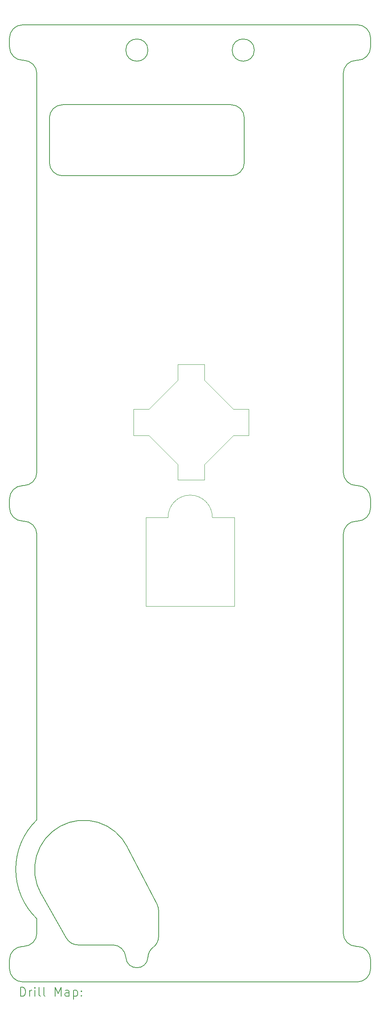
<source format=gbr>
%TF.GenerationSoftware,KiCad,Pcbnew,9.0.1*%
%TF.CreationDate,2025-04-06T17:11:13-07:00*%
%TF.ProjectId,Stationary_X_Panel,53746174-696f-46e6-9172-795f585f5061,1.6*%
%TF.SameCoordinates,Original*%
%TF.FileFunction,Drillmap*%
%TF.FilePolarity,Positive*%
%FSLAX45Y45*%
G04 Gerber Fmt 4.5, Leading zero omitted, Abs format (unit mm)*
G04 Created by KiCad (PCBNEW 9.0.1) date 2025-04-06 17:11:13*
%MOMM*%
%LPD*%
G01*
G04 APERTURE LIST*
%ADD10C,0.200000*%
%ADD11C,0.100000*%
G04 APERTURE END LIST*
D10*
X8300000Y-4100000D02*
X8300000Y-5100000D01*
X8300000Y-5100000D02*
G75*
G02*
X8000000Y-5400000I-300000J0D01*
G01*
D11*
X6150000Y-11250000D02*
X6800000Y-11900000D01*
X7400000Y-11900000D02*
X7400000Y-12250000D01*
D10*
X8525000Y-2570000D02*
G75*
G02*
X8025000Y-2570000I-250000J0D01*
G01*
X8025000Y-2570000D02*
G75*
G02*
X8525000Y-2570000I250000J0D01*
G01*
D11*
X6800000Y-12250000D02*
X7400000Y-12250000D01*
D10*
X10532500Y-22450000D02*
X10532500Y-13475000D01*
X10850000Y-12375000D02*
G75*
G02*
X11150000Y-12675000I0J-300000D01*
G01*
X4283606Y-22564417D02*
X3713209Y-21567021D01*
X3300000Y-2800000D02*
X3317500Y-2800000D01*
X6365000Y-21943583D02*
X6365000Y-22528990D01*
X11150000Y-23250000D02*
X11150000Y-23050000D01*
X3617500Y-22127500D02*
X3617500Y-22450000D01*
D11*
X6800000Y-11900000D02*
X6800000Y-12250000D01*
D10*
X11150000Y-12875000D02*
G75*
G02*
X10850000Y-13175000I-300000J0D01*
G01*
D11*
X7400000Y-11900000D02*
X8050000Y-11250000D01*
D10*
X3000000Y-23050000D02*
G75*
G02*
X3300000Y-22750000I300000J0D01*
G01*
X6124638Y-22993448D02*
G75*
G02*
X6244604Y-22769290I299622J-16172D01*
G01*
X10532500Y-3100000D02*
G75*
G02*
X10832500Y-2800000I300000J0D01*
G01*
X3617500Y-22450000D02*
G75*
G02*
X3317500Y-22750000I-300000J0D01*
G01*
X4200000Y-3800000D02*
X8000000Y-3800000D01*
X3300000Y-23550000D02*
G75*
G02*
X3000000Y-23250000I0J300000D01*
G01*
X10532500Y-13475000D02*
G75*
G02*
X10832500Y-13175000I300000J0D01*
G01*
D11*
X6078500Y-15089500D02*
X6078500Y-13089500D01*
D10*
X11150000Y-2500000D02*
X11150000Y-2300000D01*
X10850000Y-2000000D02*
G75*
G02*
X11150000Y-2300000I0J-300000D01*
G01*
X3300000Y-2800000D02*
G75*
G02*
X3000000Y-2500000I0J300000D01*
G01*
D11*
X7400000Y-9650000D02*
X6800000Y-9650000D01*
D10*
X10850000Y-22750000D02*
G75*
G02*
X11150000Y-23050000I0J-300000D01*
G01*
X10850000Y-12375000D02*
X10832500Y-12375000D01*
X3000000Y-12675000D02*
X3000000Y-12875000D01*
X3317500Y-12375000D02*
X3300000Y-12375000D01*
X10832500Y-22750000D02*
G75*
G02*
X10532500Y-22450000I0J300000D01*
G01*
D11*
X6800000Y-10000000D02*
X6150000Y-10650000D01*
D10*
X3000000Y-2300000D02*
G75*
G02*
X3300000Y-2000000I300000J0D01*
G01*
D11*
X8400000Y-11250000D02*
X8400000Y-10650000D01*
X6578500Y-13089500D02*
G75*
G02*
X7578500Y-13089500I500000J0D01*
G01*
D10*
X10832500Y-13175000D02*
X10850000Y-13175000D01*
X10832500Y-12375000D02*
G75*
G02*
X10532500Y-12075000I0J300000D01*
G01*
X10832500Y-2800000D02*
X10850000Y-2800000D01*
X3300000Y-13175000D02*
G75*
G02*
X3000000Y-12875000I0J300000D01*
G01*
X8000000Y-3800000D02*
G75*
G02*
X8300000Y-4100000I0J-300000D01*
G01*
X6365000Y-22528990D02*
G75*
G02*
X6244602Y-22769288I-300000J0D01*
G01*
X8000000Y-5400000D02*
X4200000Y-5400000D01*
D11*
X6800000Y-10000000D02*
X6800000Y-9650000D01*
D10*
X4200000Y-5400000D02*
G75*
G02*
X3900000Y-5100000I0J300000D01*
G01*
D11*
X5800000Y-11250000D02*
X5800000Y-10650000D01*
D10*
X6124638Y-22993448D02*
G75*
G02*
X5625521Y-22996130I-249638J13448D01*
G01*
X3900000Y-4100000D02*
G75*
G02*
X4200000Y-3800000I300000J0D01*
G01*
X3617500Y-12075000D02*
G75*
G02*
X3317500Y-12375000I-300000J0D01*
G01*
X10850000Y-22750000D02*
X10832500Y-22750000D01*
X3617500Y-3100000D02*
X3617500Y-12075000D01*
X11150000Y-12875000D02*
X11150000Y-12675000D01*
X3317500Y-13175000D02*
G75*
G02*
X3617500Y-13475000I0J-300000D01*
G01*
D11*
X8078500Y-13089500D02*
X8078500Y-15089500D01*
X7578500Y-13089500D02*
X8078500Y-13089500D01*
D10*
X3317500Y-22750000D02*
X3300000Y-22750000D01*
X3000000Y-2300000D02*
X3000000Y-2500000D01*
X10532500Y-12075000D02*
X10532500Y-3100000D01*
X5326146Y-22715486D02*
G75*
G02*
X5625521Y-22996130I24J-299974D01*
G01*
X11150000Y-2500000D02*
G75*
G02*
X10850000Y-2800000I-300000J0D01*
G01*
D11*
X6078500Y-13089500D02*
X6578500Y-13089500D01*
D10*
X6125000Y-2570000D02*
G75*
G02*
X5625000Y-2570000I-250000J0D01*
G01*
X5625000Y-2570000D02*
G75*
G02*
X6125000Y-2570000I250000J0D01*
G01*
X5326146Y-22715486D02*
X4544028Y-22715486D01*
D11*
X7400000Y-10000000D02*
X7400000Y-9650000D01*
D10*
X4544028Y-22715486D02*
G75*
G02*
X4283605Y-22564418I2J300006D01*
G01*
X3900000Y-4100000D02*
X3900000Y-5100000D01*
D11*
X8078500Y-15089500D02*
X6078500Y-15089500D01*
X8050000Y-10650000D02*
X7400000Y-10000000D01*
X8050000Y-10650000D02*
X8400000Y-10650000D01*
D10*
X5658777Y-20507316D02*
X6331375Y-21805581D01*
X6331375Y-21805581D02*
G75*
G02*
X6365002Y-21943583I-266425J-138019D01*
G01*
D11*
X5800000Y-10650000D02*
X6150000Y-10650000D01*
D10*
X3000000Y-23050000D02*
X3000000Y-23250000D01*
X3317500Y-2800000D02*
G75*
G02*
X3617500Y-3100000I0J-300000D01*
G01*
X10850000Y-2000000D02*
X3300000Y-2000000D01*
D11*
X8050000Y-11250000D02*
X8400000Y-11250000D01*
X5800000Y-11250000D02*
X6150000Y-11250000D01*
D10*
X3713209Y-21567021D02*
G75*
G02*
X5658777Y-20507316I961791J550035D01*
G01*
X11150000Y-23250000D02*
G75*
G02*
X10850000Y-23550000I-300000J0D01*
G01*
X3300000Y-13175000D02*
X3317500Y-13175000D01*
X3617500Y-22127500D02*
G75*
G02*
X3617500Y-19900000I1064676J1113750D01*
G01*
X3300000Y-23550000D02*
X10850000Y-23550000D01*
X3617500Y-13475000D02*
X3617500Y-19900000D01*
X3000000Y-12675000D02*
G75*
G02*
X3300000Y-12375000I300000J0D01*
G01*
X3250777Y-23871484D02*
X3250777Y-23671484D01*
X3250777Y-23671484D02*
X3298396Y-23671484D01*
X3298396Y-23671484D02*
X3326967Y-23681008D01*
X3326967Y-23681008D02*
X3346015Y-23700055D01*
X3346015Y-23700055D02*
X3355539Y-23719103D01*
X3355539Y-23719103D02*
X3365062Y-23757198D01*
X3365062Y-23757198D02*
X3365062Y-23785769D01*
X3365062Y-23785769D02*
X3355539Y-23823865D01*
X3355539Y-23823865D02*
X3346015Y-23842912D01*
X3346015Y-23842912D02*
X3326967Y-23861960D01*
X3326967Y-23861960D02*
X3298396Y-23871484D01*
X3298396Y-23871484D02*
X3250777Y-23871484D01*
X3450777Y-23871484D02*
X3450777Y-23738150D01*
X3450777Y-23776246D02*
X3460301Y-23757198D01*
X3460301Y-23757198D02*
X3469824Y-23747674D01*
X3469824Y-23747674D02*
X3488872Y-23738150D01*
X3488872Y-23738150D02*
X3507920Y-23738150D01*
X3574586Y-23871484D02*
X3574586Y-23738150D01*
X3574586Y-23671484D02*
X3565062Y-23681008D01*
X3565062Y-23681008D02*
X3574586Y-23690531D01*
X3574586Y-23690531D02*
X3584110Y-23681008D01*
X3584110Y-23681008D02*
X3574586Y-23671484D01*
X3574586Y-23671484D02*
X3574586Y-23690531D01*
X3698396Y-23871484D02*
X3679348Y-23861960D01*
X3679348Y-23861960D02*
X3669824Y-23842912D01*
X3669824Y-23842912D02*
X3669824Y-23671484D01*
X3803158Y-23871484D02*
X3784110Y-23861960D01*
X3784110Y-23861960D02*
X3774586Y-23842912D01*
X3774586Y-23842912D02*
X3774586Y-23671484D01*
X4031729Y-23871484D02*
X4031729Y-23671484D01*
X4031729Y-23671484D02*
X4098396Y-23814341D01*
X4098396Y-23814341D02*
X4165062Y-23671484D01*
X4165062Y-23671484D02*
X4165062Y-23871484D01*
X4346015Y-23871484D02*
X4346015Y-23766722D01*
X4346015Y-23766722D02*
X4336491Y-23747674D01*
X4336491Y-23747674D02*
X4317444Y-23738150D01*
X4317444Y-23738150D02*
X4279348Y-23738150D01*
X4279348Y-23738150D02*
X4260301Y-23747674D01*
X4346015Y-23861960D02*
X4326967Y-23871484D01*
X4326967Y-23871484D02*
X4279348Y-23871484D01*
X4279348Y-23871484D02*
X4260301Y-23861960D01*
X4260301Y-23861960D02*
X4250777Y-23842912D01*
X4250777Y-23842912D02*
X4250777Y-23823865D01*
X4250777Y-23823865D02*
X4260301Y-23804817D01*
X4260301Y-23804817D02*
X4279348Y-23795293D01*
X4279348Y-23795293D02*
X4326967Y-23795293D01*
X4326967Y-23795293D02*
X4346015Y-23785769D01*
X4441253Y-23738150D02*
X4441253Y-23938150D01*
X4441253Y-23747674D02*
X4460301Y-23738150D01*
X4460301Y-23738150D02*
X4498396Y-23738150D01*
X4498396Y-23738150D02*
X4517444Y-23747674D01*
X4517444Y-23747674D02*
X4526967Y-23757198D01*
X4526967Y-23757198D02*
X4536491Y-23776246D01*
X4536491Y-23776246D02*
X4536491Y-23833388D01*
X4536491Y-23833388D02*
X4526967Y-23852436D01*
X4526967Y-23852436D02*
X4517444Y-23861960D01*
X4517444Y-23861960D02*
X4498396Y-23871484D01*
X4498396Y-23871484D02*
X4460301Y-23871484D01*
X4460301Y-23871484D02*
X4441253Y-23861960D01*
X4622205Y-23852436D02*
X4631729Y-23861960D01*
X4631729Y-23861960D02*
X4622205Y-23871484D01*
X4622205Y-23871484D02*
X4612682Y-23861960D01*
X4612682Y-23861960D02*
X4622205Y-23852436D01*
X4622205Y-23852436D02*
X4622205Y-23871484D01*
X4622205Y-23747674D02*
X4631729Y-23757198D01*
X4631729Y-23757198D02*
X4622205Y-23766722D01*
X4622205Y-23766722D02*
X4612682Y-23757198D01*
X4612682Y-23757198D02*
X4622205Y-23747674D01*
X4622205Y-23747674D02*
X4622205Y-23766722D01*
M02*

</source>
